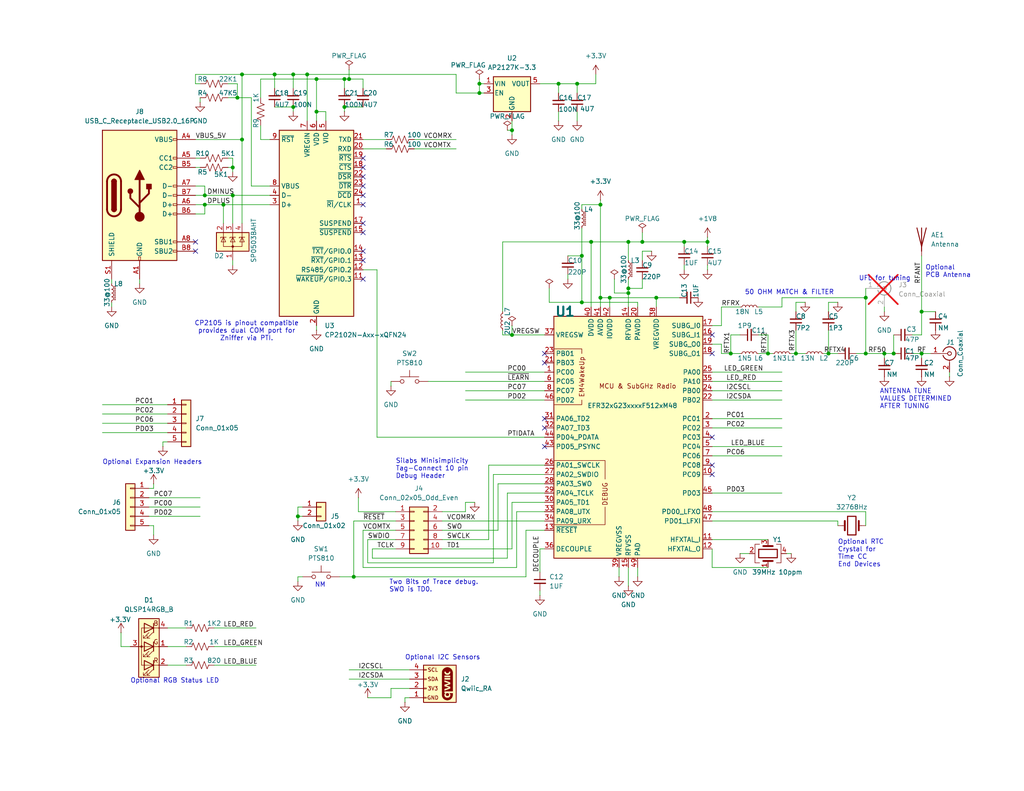
<source format=kicad_sch>
(kicad_sch (version 20231120) (generator "eeschema") (generator_version "8.0")
  (paper "A")
  (title_block (title "ZRAD Mini Z-Wave  Reference Application Design") (date "2024-11-13") (rev "A") (company "Z-Wave Alliance"))
  (junction (at 217.17 96.52))
  (junction (at 243.84 96.52))
  (junction (at 236.22 96.52))
  (junction (at 83.82 20.32))
  (junction (at 60.96 55.88))
  (junction (at 166.37 81.28))
  (junction (at 81.28 140.97))
  (junction (at 74.93 20.32))
  (junction (at 55.88 53.34))
  (junction (at 66.04 38.1))
  (junction (at 251.46 85.09))
  (junction (at 251.46 96.52))
  (junction (at 55.88 55.88))
  (junction (at 163.83 55.88))
  (junction (at 226.06 96.52))
  (junction (at 93.98 29.21))
  (junction (at 130.81 25.4))
  (junction (at 209.55 96.52))
  (junction (at 64.77 26.67))
  (junction (at 139.7 35.56))
  (junction (at 86.36 21.59))
  (junction (at 95.25 21.59))
  (junction (at 241.3 96.52))
  (junction (at 130.81 22.86))
  (junction (at 161.29 66.04))
  (junction (at 139.7 91.44))
  (junction (at 163.83 81.28))
  (junction (at 179.07 81.28))
  (junction (at 186.69 66.04))
  (junction (at 171.45 80.01))
  (junction (at 236.22 81.28))
  (junction (at 171.45 78.74))
  (junction (at 86.36 30.48))
  (junction (at 63.5 53.34))
  (junction (at 63.5 45.72))
  (junction (at 80.01 29.21))
  (junction (at 158.75 82.55))
  (junction (at 199.39 96.52))
  (junction (at 157.48 22.86))
  (junction (at 96.52 157.48))
  (junction (at 193.04 66.04))
  (junction (at 171.45 66.04))
  (junction (at 93.98 21.59))
  (junction (at 80.01 20.32))
  (junction (at 175.26 66.04))
  (junction (at 66.04 20.32))
  (junction (at 152.4 22.86))
  (junction (at 158.75 69.85))
  (no_connect (at 53.34 66.04))
  (no_connect (at 99.06 45.72))
  (no_connect (at 148.59 121.92))
  (no_connect (at 99.06 55.88))
  (no_connect (at 99.06 60.96))
  (no_connect (at 194.31 91.44))
  (no_connect (at 99.06 43.18))
  (no_connect (at 53.34 68.58))
  (no_connect (at 99.06 71.12))
  (no_connect (at 99.06 50.8))
  (no_connect (at 194.31 127))
  (no_connect (at 99.06 63.5))
  (no_connect (at 99.06 53.34))
  (no_connect (at 194.31 129.54))
  (no_connect (at 148.59 116.84))
  (no_connect (at 148.59 99.06))
  (no_connect (at 99.06 48.26))
  (no_connect (at 148.59 96.52))
  (no_connect (at 99.06 76.2))
  (no_connect (at 99.06 68.58))
  (no_connect (at 194.31 119.38))
  (no_connect (at 194.31 96.52))
  (no_connect (at 148.59 114.3))
  (wire (pts (xy 152.4 30.48) (xy 152.4 33.02)))
  (wire (pts (xy 80.01 20.32) (xy 83.82 20.32)))
  (wire (pts (xy 140.97 154.94) (xy 140.97 139.7)))
  (wire (pts (xy 53.34 22.86) (xy 53.34 20.32)))
  (wire (pts (xy 137.16 66.04) (xy 161.29 66.04)))
  (wire (pts (xy 236.22 143.51) (xy 236.22 139.7)))
  (wire (pts (xy 45.72 171.45) (xy 50.8 171.45)))
  (wire (pts (xy 186.69 66.04) (xy 186.69 67.31)))
  (wire (pts (xy 63.5 53.34) (xy 63.5 60.96)))
  (wire (pts (xy 248.92 91.44) (xy 251.46 91.44)))
  (wire (pts (xy 194.31 134.62) (xy 213.36 134.62)))
  (wire (pts (xy 157.48 22.86) (xy 157.48 25.4)))
  (wire (pts (xy 86.36 21.59) (xy 71.12 21.59)))
  (wire (pts (xy 157.48 22.86) (xy 162.56 22.86)))
  (wire (pts (xy 201.93 151.13) (xy 204.47 151.13)))
  (wire (pts (xy 35.56 176.53) (xy 33.02 176.53)))
  (wire (pts (xy 207.01 96.52) (xy 209.55 96.52)))
  (wire (pts (xy 175.26 68.58) (xy 177.8 68.58)))
  (wire (pts (xy 62.23 43.18) (xy 63.5 43.18)))
  (wire (pts (xy 62.23 22.86) (xy 64.77 22.86)))
  (wire (pts (xy 166.37 81.28) (xy 166.37 83.82)))
  (wire (pts (xy 82.55 138.43) (xy 81.28 138.43)))
  (wire (pts (xy 158.75 55.88) (xy 163.83 55.88)))
  (wire (pts (xy 111.76 187.96) (xy 106.68 187.96)))
  (wire (pts (xy 194.31 121.92) (xy 213.36 121.92)))
  (wire (pts (xy 66.04 20.32) (xy 74.93 20.32)))
  (wire (pts (xy 199.39 91.44) (xy 199.39 96.52)))
  (wire (pts (xy 236.22 78.74) (xy 236.22 81.28)))
  (wire (pts (xy 74.93 20.32) (xy 80.01 20.32)))
  (wire (pts (xy 137.16 91.44) (xy 139.7 91.44)))
  (wire (pts (xy 96.52 142.24) (xy 107.95 142.24)))
  (wire (pts (xy 129.54 137.16) (xy 127 137.16)))
  (wire (pts (xy 101.6 149.86) (xy 107.95 149.86)))
  (wire (pts (xy 217.17 82.55) (xy 219.71 82.55)))
  (wire (pts (xy 127 137.16) (xy 127 139.7)))
  (wire (pts (xy 163.83 55.88) (xy 163.83 81.28)))
  (wire (pts (xy 251.46 85.09) (xy 251.46 69.85)))
  (wire (pts (xy 167.64 76.2) (xy 167.64 80.01)))
  (wire (pts (xy 251.46 96.52) (xy 254 96.52)))
  (wire (pts (xy 167.64 80.01) (xy 171.45 80.01)))
  (wire (pts (xy 86.36 21.59) (xy 93.98 21.59)))
  (wire (pts (xy 93.98 24.13) (xy 93.98 21.59)))
  (wire (pts (xy 81.28 158.75) (xy 81.28 157.48)))
  (wire (pts (xy 93.98 29.21) (xy 93.98 30.48)))
  (wire (pts (xy 149.86 82.55) (xy 158.75 82.55)))
  (wire (pts (xy 53.34 20.32) (xy 66.04 20.32)))
  (wire (pts (xy 60.96 55.88) (xy 73.66 55.88)))
  (wire (pts (xy 81.28 140.97) (xy 82.55 140.97)))
  (wire (pts (xy 161.29 66.04) (xy 161.29 83.82)))
  (wire (pts (xy 107.95 139.7) (xy 97.79 139.7)))
  (wire (pts (xy 113.03 40.64) (xy 124.46 40.64)))
  (wire (pts (xy 44.45 121.92) (xy 44.45 120.65)))
  (wire (pts (xy 143.51 144.78) (xy 148.59 144.78)))
  (wire (pts (xy 120.65 147.32) (xy 133.35 147.32)))
  (wire (pts (xy 163.83 81.28) (xy 166.37 81.28)))
  (wire (pts (xy 133.35 127) (xy 148.59 127)))
  (wire (pts (xy 162.56 22.86) (xy 162.56 20.32)))
  (wire (pts (xy 55.88 53.34) (xy 63.5 53.34)))
  (wire (pts (xy 175.26 66.04) (xy 171.45 66.04)))
  (wire (pts (xy 201.93 91.44) (xy 199.39 91.44)))
  (wire (pts (xy 217.17 85.09) (xy 217.17 82.55)))
  (wire (pts (xy 38.1 76.2) (xy 38.1 77.47)))
  (wire (pts (xy 63.5 45.72) (xy 63.5 46.99)))
  (wire (pts (xy 95.25 21.59) (xy 93.98 21.59)))
  (wire (pts (xy 130.81 21.59) (xy 130.81 22.86)))
  (wire (pts (xy 86.36 21.59) (xy 86.36 30.48)))
  (wire (pts (xy 158.75 69.85) (xy 158.75 82.55)))
  (wire (pts (xy 173.99 82.55) (xy 173.99 83.82)))
  (wire (pts (xy 107.95 144.78) (xy 99.06 144.78)))
  (wire (pts (xy 133.35 147.32) (xy 133.35 127)))
  (wire (pts (xy 217.17 90.17) (xy 217.17 96.52)))
  (wire (pts (xy 138.43 134.62) (xy 148.59 134.62)))
  (wire (pts (xy 124.46 20.32) (xy 124.46 25.4)))
  (wire (pts (xy 152.4 22.86) (xy 152.4 25.4)))
  (wire (pts (xy 217.17 96.52) (xy 219.71 96.52)))
  (wire (pts (xy 66.04 38.1) (xy 66.04 20.32)))
  (wire (pts (xy 120.65 149.86) (xy 139.7 149.86)))
  (wire (pts (xy 134.62 129.54) (xy 134.62 153.67)))
  (wire (pts (xy 55.88 55.88) (xy 60.96 55.88)))
  (wire (pts (xy 226.06 90.17) (xy 226.06 96.52)))
  (wire (pts (xy 248.92 96.52) (xy 251.46 96.52)))
  (wire (pts (xy 116.84 104.14) (xy 148.59 104.14)))
  (wire (pts (xy 33.02 176.53) (xy 33.02 172.72)))
  (wire (pts (xy 243.84 91.44) (xy 243.84 96.52)))
  (wire (pts (xy 224.79 96.52) (xy 226.06 96.52)))
  (wire (pts (xy 132.08 25.4) (xy 130.81 25.4)))
  (wire (pts (xy 99.06 38.1) (xy 105.41 38.1)))
  (wire (pts (xy 194.31 88.9) (xy 196.85 88.9)))
  (wire (pts (xy 66.04 38.1) (xy 66.04 60.96)))
  (wire (pts (xy 134.62 153.67) (xy 100.33 153.67)))
  (wire (pts (xy 127 106.68) (xy 148.59 106.68)))
  (wire (pts (xy 120.65 142.24) (xy 148.59 142.24)))
  (wire (pts (xy 81.28 157.48) (xy 82.55 157.48)))
  (wire (pts (xy 68.58 50.8) (xy 68.58 26.67)))
  (wire (pts (xy 102.87 119.38) (xy 102.87 73.66)))
  (wire (pts (xy 193.04 67.31) (xy 193.04 66.04)))
  (wire (pts (xy 99.06 144.78) (xy 99.06 154.94)))
  (wire (pts (xy 99.06 24.13) (xy 99.06 21.59)))
  (wire (pts (xy 139.7 33.02) (xy 139.7 35.56)))
  (wire (pts (xy 135.89 132.08) (xy 135.89 144.78)))
  (wire (pts (xy 53.34 45.72) (xy 54.61 45.72)))
  (wire (pts (xy 213.36 83.82) (xy 213.36 81.28)))
  (wire (pts (xy 92.71 157.48) (xy 96.52 157.48)))
  (wire (pts (xy 60.96 55.88) (xy 60.96 60.96)))
  (wire (pts (xy 41.91 133.35) (xy 41.91 132.08)))
  (wire (pts (xy 171.45 80.01) (xy 171.45 83.82)))
  (wire (pts (xy 81.28 138.43) (xy 81.28 140.97)))
  (wire (pts (xy 163.83 54.61) (xy 163.83 55.88)))
  (wire (pts (xy 93.98 29.21) (xy 99.06 29.21)))
  (wire (pts (xy 74.93 29.21) (xy 80.01 29.21)))
  (wire (pts (xy 236.22 81.28) (xy 236.22 96.52)))
  (wire (pts (xy 179.07 81.28) (xy 185.42 81.28)))
  (wire (pts (xy 199.39 96.52) (xy 201.93 96.52)))
  (wire (pts (xy 74.93 20.32) (xy 74.93 24.13)))
  (wire (pts (xy 113.03 38.1) (xy 124.46 38.1)))
  (wire (pts (xy 138.43 35.56) (xy 139.7 35.56)))
  (wire (pts (xy 194.31 109.22) (xy 213.36 109.22)))
  (wire (pts (xy 137.16 90.17) (xy 137.16 91.44)))
  (wire (pts (xy 193.04 66.04) (xy 186.69 66.04)))
  (wire (pts (xy 194.31 142.24) (xy 228.6 142.24)))
  (wire (pts (xy 86.36 88.9) (xy 86.36 90.17)))
  (wire (pts (xy 58.42 171.45) (xy 69.85 171.45)))
  (wire (pts (xy 139.7 137.16) (xy 148.59 137.16)))
  (wire (pts (xy 158.75 62.23) (xy 158.75 69.85)))
  (wire (pts (xy 179.07 81.28) (xy 179.07 83.82)))
  (wire (pts (xy 207.01 91.44) (xy 209.55 91.44)))
  (wire (pts (xy 95.25 19.05) (xy 95.25 21.59)))
  (wire (pts (xy 124.46 25.4) (xy 130.81 25.4)))
  (wire (pts (xy 53.34 55.88) (xy 55.88 55.88)))
  (wire (pts (xy 158.75 57.15) (xy 158.75 55.88)))
  (wire (pts (xy 30.48 82.55) (xy 30.48 83.82)))
  (wire (pts (xy 96.52 142.24) (xy 96.52 157.48)))
  (wire (pts (xy 135.89 132.08) (xy 148.59 132.08)))
  (wire (pts (xy 130.81 25.4) (xy 130.81 22.86)))
  (wire (pts (xy 96.52 157.48) (xy 143.51 157.48)))
  (wire (pts (xy 173.99 154.94) (xy 173.99 157.48)))
  (wire (pts (xy 62.23 45.72) (xy 63.5 45.72)))
  (wire (pts (xy 171.45 76.2) (xy 171.45 78.74)))
  (wire (pts (xy 53.34 50.8) (xy 55.88 50.8)))
  (wire (pts (xy 228.6 142.24) (xy 228.6 143.51)))
  (wire (pts (xy 100.33 147.32) (xy 107.95 147.32)))
  (wire (pts (xy 139.7 35.56) (xy 139.7 36.83)))
  (wire (pts (xy 139.7 149.86) (xy 139.7 137.16)))
  (wire (pts (xy 41.91 146.05) (xy 41.91 143.51)))
  (wire (pts (xy 209.55 96.52) (xy 210.82 96.52)))
  (wire (pts (xy 80.01 20.32) (xy 80.01 24.13)))
  (wire (pts (xy 171.45 154.94) (xy 171.45 160.02)))
  (wire (pts (xy 194.31 149.86) (xy 194.31 154.94)))
  (wire (pts (xy 137.16 85.09) (xy 137.16 66.04)))
  (wire (pts (xy 163.83 83.82) (xy 163.83 81.28)))
  (wire (pts (xy 147.32 149.86) (xy 148.59 149.86)))
  (wire (pts (xy 154.94 74.93) (xy 154.94 76.2)))
  (wire (pts (xy 194.31 101.6) (xy 213.36 101.6)))
  (wire (pts (xy 171.45 78.74) (xy 171.45 80.01)))
  (wire (pts (xy 166.37 81.28) (xy 179.07 81.28)))
  (wire (pts (xy 100.33 153.67) (xy 100.33 147.32)))
  (wire (pts (xy 194.31 124.46) (xy 213.36 124.46)))
  (wire (pts (xy 41.91 143.51) (xy 40.64 143.51)))
  (wire (pts (xy 251.46 85.09) (xy 255.27 85.09)))
  (wire (pts (xy 196.85 88.9) (xy 196.85 83.82)))
  (wire (pts (xy 101.6 152.4) (xy 101.6 149.86)))
  (wire (pts (xy 196.85 96.52) (xy 199.39 96.52)))
  (wire (pts (xy 147.32 22.86) (xy 152.4 22.86)))
  (wire (pts (xy 207.01 83.82) (xy 213.36 83.82)))
  (wire (pts (xy 81.28 142.24) (xy 81.28 140.97)))
  (wire (pts (xy 53.34 58.42) (xy 55.88 58.42)))
  (wire (pts (xy 83.82 20.32) (xy 124.46 20.32)))
  (wire (pts (xy 88.9 33.02) (xy 88.9 30.48)))
  (wire (pts (xy 58.42 181.61) (xy 69.85 181.61)))
  (wire (pts (xy 40.64 138.43) (xy 54.61 138.43)))
  (wire (pts (xy 214.63 151.13) (xy 215.9 151.13)))
  (wire (pts (xy 193.04 64.77) (xy 193.04 66.04)))
  (wire (pts (xy 64.77 22.86) (xy 64.77 26.67)))
  (wire (pts (xy 171.45 66.04) (xy 171.45 71.12)))
  (wire (pts (xy 99.06 21.59) (xy 95.25 21.59)))
  (wire (pts (xy 53.34 53.34) (xy 55.88 53.34)))
  (wire (pts (xy 53.34 43.18) (xy 54.61 43.18)))
  (wire (pts (xy 175.26 66.04) (xy 186.69 66.04)))
  (wire (pts (xy 27.94 118.11) (xy 45.72 118.11)))
  (wire (pts (xy 226.06 85.09) (xy 226.06 82.55)))
  (wire (pts (xy 63.5 43.18) (xy 63.5 45.72)))
  (wire (pts (xy 106.68 190.5) (xy 100.33 190.5)))
  (wire (pts (xy 139.7 88.9) (xy 139.7 91.44)))
  (wire (pts (xy 147.32 149.86) (xy 147.32 156.21)))
  (wire (pts (xy 241.3 96.52) (xy 243.84 96.52)))
  (wire (pts (xy 127 101.6) (xy 148.59 101.6)))
  (wire (pts (xy 194.31 116.84) (xy 213.36 116.84)))
  (wire (pts (xy 226.06 82.55) (xy 228.6 82.55)))
  (wire (pts (xy 236.22 96.52) (xy 241.3 96.52)))
  (wire (pts (xy 175.26 71.12) (xy 175.26 68.58)))
  (wire (pts (xy 95.25 182.88) (xy 111.76 182.88)))
  (wire (pts (xy 54.61 22.86) (xy 53.34 22.86)))
  (wire (pts (xy 241.3 83.82) (xy 241.3 85.09)))
  (wire (pts (xy 127 109.22) (xy 148.59 109.22)))
  (wire (pts (xy 158.75 82.55) (xy 173.99 82.55)))
  (wire (pts (xy 194.31 114.3) (xy 213.36 114.3)))
  (wire (pts (xy 110.49 190.5) (xy 110.49 191.77)))
  (wire (pts (xy 27.94 110.49) (xy 45.72 110.49)))
  (wire (pts (xy 53.34 38.1) (xy 66.04 38.1)))
  (wire (pts (xy 27.94 113.03) (xy 45.72 113.03)))
  (wire (pts (xy 196.85 93.98) (xy 196.85 96.52)))
  (wire (pts (xy 139.7 91.44) (xy 148.59 91.44)))
  (wire (pts (xy 71.12 38.1) (xy 73.66 38.1)))
  (wire (pts (xy 40.64 140.97) (xy 54.61 140.97)))
  (wire (pts (xy 99.06 154.94) (xy 140.97 154.94)))
  (wire (pts (xy 186.69 72.39) (xy 186.69 73.66)))
  (wire (pts (xy 120.65 144.78) (xy 135.89 144.78)))
  (wire (pts (xy 63.5 53.34) (xy 73.66 53.34)))
  (wire (pts (xy 80.01 29.21) (xy 80.01 30.48)))
  (wire (pts (xy 86.36 30.48) (xy 86.36 33.02)))
  (wire (pts (xy 120.65 139.7) (xy 127 139.7)))
  (wire (pts (xy 71.12 34.29) (xy 71.12 38.1)))
  (wire (pts (xy 97.79 135.89) (xy 97.79 139.7)))
  (wire (pts (xy 168.91 154.94) (xy 168.91 157.48)))
  (wire (pts (xy 251.46 96.52) (xy 251.46 97.79)))
  (wire (pts (xy 106.68 104.14) (xy 106.68 105.41)))
  (wire (pts (xy 45.72 181.61) (xy 50.8 181.61)))
  (wire (pts (xy 71.12 21.59) (xy 71.12 26.67)))
  (wire (pts (xy 226.06 96.52) (xy 228.6 96.52)))
  (wire (pts (xy 111.76 190.5) (xy 110.49 190.5)))
  (wire (pts (xy 175.26 63.5) (xy 175.26 66.04)))
  (wire (pts (xy 55.88 58.42) (xy 55.88 55.88)))
  (wire (pts (xy 130.81 22.86) (xy 132.08 22.86)))
  (wire (pts (xy 73.66 50.8) (xy 68.58 50.8)))
  (wire (pts (xy 152.4 22.86) (xy 157.48 22.86)))
  (wire (pts (xy 83.82 20.32) (xy 83.82 33.02)))
  (wire (pts (xy 30.48 76.2) (xy 30.48 77.47)))
  (wire (pts (xy 175.26 78.74) (xy 171.45 78.74)))
  (wire (pts (xy 161.29 66.04) (xy 171.45 66.04)))
  (wire (pts (xy 54.61 26.67) (xy 54.61 27.94)))
  (wire (pts (xy 154.94 69.85) (xy 158.75 69.85)))
  (wire (pts (xy 44.45 120.65) (xy 45.72 120.65)))
  (wire (pts (xy 27.94 115.57) (xy 45.72 115.57)))
  (wire (pts (xy 55.88 50.8) (xy 55.88 53.34)))
  (wire (pts (xy 40.64 133.35) (xy 41.91 133.35)))
  (wire (pts (xy 63.5 71.12) (xy 63.5 72.39)))
  (wire (pts (xy 233.68 96.52) (xy 236.22 96.52)))
  (wire (pts (xy 134.62 129.54) (xy 148.59 129.54)))
  (wire (pts (xy 194.31 147.32) (xy 209.55 147.32)))
  (wire (pts (xy 102.87 73.66) (xy 99.06 73.66)))
  (wire (pts (xy 106.68 187.96) (xy 106.68 190.5)))
  (wire (pts (xy 111.76 185.42) (xy 95.25 185.42)))
  (wire (pts (xy 140.97 139.7) (xy 148.59 139.7)))
  (wire (pts (xy 209.55 91.44) (xy 209.55 96.52)))
  (wire (pts (xy 138.43 152.4) (xy 101.6 152.4)))
  (wire (pts (xy 148.59 119.38) (xy 102.87 119.38)))
  (wire (pts (xy 58.42 176.53) (xy 69.85 176.53)))
  (wire (pts (xy 193.04 72.39) (xy 193.04 73.66)))
  (wire (pts (xy 175.26 76.2) (xy 175.26 78.74)))
  (wire (pts (xy 194.31 154.94) (xy 209.55 154.94)))
  (wire (pts (xy 45.72 176.53) (xy 50.8 176.53)))
  (wire (pts (xy 215.9 96.52) (xy 217.17 96.52)))
  (wire (pts (xy 259.08 101.6) (xy 259.08 102.87)))
  (wire (pts (xy 64.77 26.67) (xy 62.23 26.67)))
  (wire (pts (xy 213.36 81.28) (xy 236.22 81.28)))
  (wire (pts (xy 194.31 93.98) (xy 196.85 93.98)))
  (wire (pts (xy 138.43 134.62) (xy 138.43 152.4)))
  (wire (pts (xy 194.31 104.14) (xy 213.36 104.14)))
  (wire (pts (xy 147.32 161.29) (xy 147.32 162.56)))
  (wire (pts (xy 236.22 139.7) (xy 194.31 139.7)))
  (wire (pts (xy 201.93 83.82) (xy 196.85 83.82)))
  (wire (pts (xy 251.46 91.44) (xy 251.46 85.09)))
  (wire (pts (xy 194.31 106.68) (xy 213.36 106.68)))
  (wire (pts (xy 241.3 96.52) (xy 241.3 97.79)))
  (wire (pts (xy 40.64 135.89) (xy 54.61 135.89)))
  (wire (pts (xy 149.86 78.74) (xy 149.86 82.55)))
  (wire (pts (xy 143.51 157.48) (xy 143.51 144.78)))
  (wire (pts (xy 68.58 26.67) (xy 64.77 26.67)))
  (wire (pts (xy 157.48 30.48) (xy 157.48 33.02)))
  (wire (pts (xy 99.06 40.64) (xy 105.41 40.64)))
  (wire (pts (xy 88.9 30.48) (xy 86.36 30.48)))
  (text "CP2105 is pinout compatible\nprovides dual COM port for\nZniffer via PTI." (at 67.31 90.424 0) (effects (font (size 1.27 1.27))))
  (text "Two Bits of Trace debug.\nSWO is TD0.\n" (at 106.172 161.798 0) (effects (font (size 1.27 1.27)) (justify left bottom)))
  (text "50 OHM MATCH & FILTER" (at 203.2 80.645 0) (effects (font (size 1.27 1.27)) (justify left bottom)))
  (text "UFL for tuning" (at 234.315 76.835 0) (effects (font (size 1.27 1.27)) (justify left bottom)))
  (text "Optional Expansion Headers" (at 27.94 127 0) (effects (font (size 1.27 1.27)) (justify left bottom)))
  (text "Optional\nPCB Antenna" (at 252.476 75.946 0) (effects (font (size 1.27 1.27)) (justify left bottom)))
  (text "Optional RGB Status LED" (at 35.56 186.69 0) (effects (font (size 1.27 1.27)) (justify left bottom)))
  (text "Silabs Minisimplicity\nTag-Connect 10 pin\nDebug Header" (at 107.95 130.81 0) (effects (font (size 1.27 1.27)) (justify left bottom)))
  (text "NM" (at 87.376 159.766 0) (effects (font (size 1.27 1.27))))
  (text "ANTENNA TUNE\nVALUES DETERMINED\nAFTER TUNING" (at 240.03 111.76 0) (effects (font (size 1.27 1.27)) (justify left bottom)))
  (text "Optional I2C Sensors" (at 110.49 180.34 0) (effects (font (size 1.27 1.27)) (justify left bottom)))
  (text "Optional RTC\nCrystal for\nTime CC \nEnd Devices" (at 228.6 154.94 0) (effects (font (size 1.27 1.27)) (justify left bottom)))
  (label "PC00" (at 41.91 138.43 0))
  (label "RF" (at 250.19 96.52 0))
  (label "RFTX1" (at 199.39 96.52 90))
  (label "DMINUS" (at 56.515 53.34 0))
  (label "LED_RED" (at 198.12 104.14 0))
  (label "PD02" (at 138.43 109.22 0))
  (label "PC02" (at 36.83 113.03 0))
  (label "DECOUPLE" (at 147.32 156.21 90))
  (label "RF50" (at 236.855 96.52 0))
  (label "SWCLK" (at 121.92 147.32 0))
  (label "PC07" (at 41.91 135.89 0))
  (label "VBUS_5V" (at 53.34 38.1 0))
  (label "RFANT" (at 251.46 77.47 90))
  (label "PD02" (at 41.91 140.97 0))
  (label "PC00" (at 138.43 101.6 0))
  (label "DPLUS" (at 56.515 55.88 0))
  (label "LED_BLUE" (at 60.96 181.61 0))
  (label "VREGSW" (at 147.32 91.44 180))
  (label "PTIDATA" (at 138.43 119.38 0))
  (label "RFTX4" (at 224.79 96.52 0))
  (label "PC01" (at 198.12 114.3 0))
  (label "SWDIO" (at 100.33 147.32 0))
  (label "I2CSCL" (at 198.12 106.68 0))
  (label "TCLK" (at 102.87 149.86 0))
  (label "TD1" (at 121.92 149.86 0))
  (label "LED_BLUE" (at 199.39 121.92 0))
  (label "SWO" (at 121.92 144.78 0))
  (label "LED_GREEN" (at 60.96 176.53 0))
  (label "~{RESET}" (at 99.06 142.24 0))
  (label "VCOMTX" (at 99.06 144.78 0))
  (label "LED_RED" (at 60.96 171.45 0))
  (label "VCOMRX" (at 121.92 142.24 0))
  (label "I2CSDA" (at 198.12 109.22 0))
  (label "RFTX2" (at 209.55 96.52 90))
  (label "VCOMRX" (at 115.57 38.1 0))
  (label "I2CSCL" (at 97.79 182.88 0))
  (label "~{LEARN}" (at 138.43 104.14 0))
  (label "PD03" (at 198.12 134.62 0))
  (label "I2CSDA" (at 97.79 185.42 0))
  (label "PC06" (at 36.83 115.57 0))
  (label "RFTX3" (at 217.17 95.885 90))
  (label "PC07" (at 138.43 106.68 0))
  (label "PC01" (at 36.83 110.49 0))
  (label "RFRX" (at 196.85 83.82 0))
  (label "PC06" (at 198.12 124.46 0))
  (label "PC02" (at 198.12 116.84 0))
  (label "PD03" (at 36.83 118.11 0))
  (label "LED_GREEN" (at 197.485 101.6 0))
  (label "VCOMTX" (at 115.57 40.64 0))
  (symbol (lib_id "power:PWR_FLAG") (at 130.81 21.59 0) (unit 1)
    (property "Reference" "#FLG0103" (effects (hide yes)))
    (property "Value" "PWR_FLAG" (at 127.762 17.78 0))
    (property "Description" "Special symbol for telling ERC where power comes from" (effects (hide yes)))
  )
  (symbol (lib_id "Device:C_Small") (at 152.4 27.94 180) (unit 1)
    (property "Reference" "C16" (at 152.4 26.67 0) (effects (justify right)))
    (property "Value" "100N" (at 152.4 29.845 0) (effects (justify right)))
    (property "Footprint" "Capacitor_SMD:C_0603_1608Metric" (effects (hide yes)))
  )
  (symbol (lib_id "Device:Crystal_GND24") (at 209.55 151.13 90) (unit 1)
    (property "Reference" "Y1" (at 212.09 147.32 90))
    (property "Value" "39MHz 10ppm" (at 212.09 156.21 90))
    (property "Footprint" "Crystal:Crystal_SMD_3225-4Pin_3.2x2.5mm" (effects (hide yes)))
  )
  (symbol (lib_id "power:GND") (at 190.5 81.28 0) (unit 1)
    (property "Reference" "#PWR0101" (effects (hide yes)))
    (property "Value" "GND" (effects (hide yes)))
    (property "Description" "Power symbol creates a global label with name \"GND\" , ground" (effects (hide yes)))
  )
  (symbol (lib_id "power:GND") (at 38.1 77.47 0) (unit 1)
    (property "Reference" "#PWR0125" (effects (hide yes)))
    (property "Value" "GND" (at 38.1 82.55 0))
    (property "Description" "Power symbol creates a global label with name \"GND\" , ground" (effects (hide yes)))
  )
  (symbol (lib_id "power:GND") (at 139.7 36.83 0) (unit 1)
    (property "Reference" "#PWR0119" (effects (hide yes)))
    (property "Value" "GND" (at 139.7 41.91 0))
    (property "Description" "Power symbol creates a global label with name \"GND\" , ground" (effects (hide yes)))
  )
  (symbol (lib_id "Device:L_Ferrite_Small") (at 158.75 59.69 0) (unit 1)
    (property "Reference" "L4" (at 159.385 57.15 0) (effects (justify left)))
    (property "Value" "33@100" (at 157.48 62.865 90) (effects (justify left)))
    (property "Footprint" "Inductor_SMD:L_0603_1608Metric" (effects (hide yes)))
  )
  (symbol (lib_id "power:+3.3V") (at 33.02 172.72 0) (unit 1)
    (property "Reference" "#PWR0141" (effects (hide yes)))
    (property "Value" "+3.3V" (at 32.766 169.164 0))
    (property "Description" "Power symbol creates a global label with name \"+3.3V\"" (effects (hide yes)))
  )
  (symbol (lib_id "power:GND") (at 173.99 157.48 0) (unit 1)
    (property "Reference" "#PWR0109" (effects (hide yes)))
    (property "Value" "GND" (at 173.99 162.56 0))
    (property "Description" "Power symbol creates a global label with name \"GND\" , ground" (effects (hide yes)))
  )
  (symbol (lib_id "Connector:USB_C_Receptacle_USB2.0_16P") (at 38.1 53.34 0) (unit 1)
    (property "Reference" "J8" (at 38.1 30.48 0))
    (property "Value" "USB_C_Receptacle_USB2.0_16P" (at 38.1 33.02 0))
    (property "Footprint" "Connector_USB:USB_C_Receptacle_GCT_USB4110" (effects (hide yes)))
    (property "Datasheet" "https://www.usb.org/sites/default/files/documents/usb_type-c.zip" (effects (hide yes)))
    (property "Description" "USB 2.0-only 16P Type-C Receptacle connector" (effects (hide yes)))
  )
  (symbol (lib_id "power:GND") (at 193.04 73.66 0) (unit 1)
    (property "Reference" "#PWR0106" (effects (hide yes)))
    (property "Value" "GND" (effects (hide yes)))
    (property "Description" "Power symbol creates a global label with name \"GND\" , ground" (effects (hide yes)))
  )
  (symbol (lib_id "Interface_USB:CP2102N-Axx-xQFN24") (at 86.36 60.96 0) (unit 1)
    (property "Reference" "U3" (at 88.5541 88.9 0) (effects (justify left)))
    (property "Value" "CP2102N-Axx-xQFN24" (at 88.5541 91.44 0) (effects (justify left)))
    (property "Footprint" "Package_DFN_QFN:QFN-24-1EP_4x4mm_P0.5mm_EP2.6x2.6mm" (effects (hide yes)))
    (property "Datasheet" "https://www.silabs.com/documents/public/data-sheets/cp2102n-datasheet.pdf" (effects (hide yes)))
    (property "Description" "USB to UART master bridge, QFN-24" (effects (hide yes)))
  )
  (symbol (lib_id "Connector_Generic:Conn_01x02") (at 87.63 138.43 0) (unit 1)
    (property "Reference" "J5" (at 90.17 140.97 0) (effects (justify left)))
    (property "Value" "Conn_01x02" (at 82.55 143.51 0) (effects (justify left)))
    (property "Footprint" "Connector_PinHeader_2.54mm:PinHeader_1x02_P2.54mm_Vertical" (effects (hide yes)))
  )
  (symbol (lib_id "power:GND") (at 54.61 27.94 0) (unit 1)
    (property "Reference" "#PWR0118" (effects (hide yes)))
    (property "Value" "GND" (at 54.61 33.02 0))
    (property "Description" "Power symbol creates a global label with name \"GND\" , ground" (effects (hide yes)))
  )
  (symbol (lib_id "power:GND") (at 228.6 82.55 0) (unit 1)
    (property "Reference" "#PWR0102" (effects (hide yes)))
    (property "Value" "GND" (effects (hide yes)))
    (property "Description" "Power symbol creates a global label with name \"GND\" , ground" (effects (hide yes)))
  )
  (symbol (lib_id "power:+3.3V") (at 97.79 135.89 0) (unit 1)
    (property "Reference" "#PWR0142" (effects (hide yes)))
    (property "Value" "+3.3V" (at 97.79 130.81 0))
    (property "Description" "Power symbol creates a global label with name \"+3.3V\"" (effects (hide yes)))
  )
  (symbol (lib_id "power:+3.3V") (at 162.56 20.32 0) (unit 1)
    (property "Reference" "#PWR0138" (effects (hide yes)))
    (property "Value" "+3.3V" (at 162.56 15.24 0))
    (property "Description" "Power symbol creates a global label with name \"+3.3V\"" (effects (hide yes)))
  )
  (symbol (lib_id "Device:C_Small") (at 241.3 100.33 180) (unit 1)
    (property "Reference" "C7" (at 241.3 99.06 0) (effects (justify right)))
    (property "Value" "NM" (at 241.935 102.235 0) (effects (justify right)))
    (property "Footprint" "Capacitor_SMD:C_0402_1005Metric" (effects (hide yes)))
  )
  (symbol (lib_id "Device:L_Small") (at 137.16 87.63 180) (unit 1)
    (property "Reference" "L7" (at 138.43 85.09 90))
    (property "Value" "2U2" (at 138.43 89.535 90))
    (property "Footprint" "Inductor_SMD:L_0603_1608Metric" (effects (hide yes)))
  )
  (symbol (lib_id "Device:R_US") (at 54.61 171.45 90) (unit 1)
    (property "Reference" "R1" (at 51.435 170.18 90))
    (property "Value" "1K2" (at 58.42 170.18 90))
    (property "Footprint" "Resistor_SMD:R_0603_1608Metric" (effects (hide yes)))
  )
  (symbol (lib_id "power:GND") (at 215.9 151.13 0) (unit 1)
    (property "Reference" "#PWR0110" (effects (hide yes)))
    (property "Value" "GND" (effects (hide yes)))
    (property "Description" "Power symbol creates a global label with name \"GND\" , ground" (effects (hide yes)))
  )
  (symbol (lib_id "power:GND") (at 86.36 90.17 0) (unit 1)
    (property "Reference" "#PWR0128" (effects (hide yes)))
    (property "Value" "GND" (at 86.36 95.25 0))
    (property "Description" "Power symbol creates a global label with name \"GND\" , ground" (effects (hide yes)))
  )
  (symbol (lib_id "Device:Antenna") (at 251.46 64.77 0) (unit 1)
    (property "Reference" "AE1" (at 254 64.1349 0) (effects (justify left)))
    (property "Value" "Antenna" (at 254 66.6749 0) (effects (justify left)))
    (property "Footprint" "ZReach:PCB_meander_20mm_900MHz" (effects (hide yes)))
    (property "Description" "Antenna" (effects (hide yes)))
  )
  (symbol (lib_id "Device:C_Small") (at 226.06 87.63 180) (unit 1)
    (property "Reference" "C5" (at 226.06 86.36 0) (effects (justify right)))
    (property "Value" "1P3" (at 226.06 89.535 0) (effects (justify right)))
    (property "Footprint" "Capacitor_SMD:C_0402_1005Metric" (effects (hide yes)))
  )
  (symbol (lib_id "Regulator_Linear:AP2127K-3.3") (at 139.7 25.4 0) (unit 1)
    (property "Reference" "U2" (at 139.7 15.875 0))
    (property "Value" "AP2127K-3.3" (at 139.7 18.415 0))
    (property "Footprint" "Package_TO_SOT_SMD:SOT-23-5" (effects (hide yes)))
    (property "Datasheet" "https://www.diodes.com/assets/Datasheets/AP2127.pdf" (effects (hide yes)))
  )
  (symbol (lib_id "Device:R_US") (at 54.61 181.61 90) (unit 1)
    (property "Reference" "R3" (at 51.435 180.34 90))
    (property "Value" "820" (at 58.42 180.34 90))
    (property "Footprint" "Resistor_SMD:R_0603_1608Metric" (effects (hide yes)))
  )
  (symbol (lib_id "power:GND") (at 41.91 146.05 0) (unit 1)
    (property "Reference" "#PWR0132" (effects (hide yes)))
    (property "Value" "GND" (at 41.91 151.13 0))
    (property "Description" "Power symbol creates a global label with name \"GND\" , ground" (effects (hide yes)))
  )
  (symbol (lib_id "power:GND") (at 63.5 46.99 0) (unit 1)
    (property "Reference" "#PWR0117" (effects (hide yes)))
    (property "Value" "GND" (effects (hide yes)))
    (property "Description" "Power symbol creates a global label with name \"GND\" , ground" (effects (hide yes)))
  )
  (symbol (lib_id "power:GND") (at 63.5 72.39 0) (unit 1)
    (property "Reference" "#PWR0127" (effects (hide yes)))
    (property "Value" "GND" (effects (hide yes)))
    (property "Description" "Power symbol creates a global label with name \"GND\" , ground" (effects (hide yes)))
  )
  (symbol (lib_id "power:GND") (at 241.3 102.87 0) (unit 1)
    (property "Reference" "#PWR0113" (effects (hide yes)))
    (property "Value" "GND" (effects (hide yes)))
    (property "Description" "Power symbol creates a global label with name \"GND\" , ground" (effects (hide yes)))
  )
  (symbol (lib_id "power:GND") (at 129.54 137.16 0) (unit 1)
    (property "Reference" "#PWR0134" (effects (hide yes)))
    (property "Value" "GND" (effects (hide yes)))
    (property "Description" "Power symbol creates a global label with name \"GND\" , ground" (effects (hide yes)))
  )
  (symbol (lib_id "power:GND") (at 93.98 30.48 0) (unit 1)
    (property "Reference" "#PWR0123" (effects (hide yes)))
    (property "Value" "GND" (effects (hide yes)))
    (property "Description" "Power symbol creates a global label with name \"GND\" , ground" (effects (hide yes)))
  )
  (symbol (lib_id "power:+3.3V") (at 41.91 132.08 0) (unit 1)
    (property "Reference" "#PWR0139" (effects (hide yes)))
    (property "Value" "+3.3V" (at 41.91 128.524 0))
    (property "Description" "Power symbol creates a global label with name \"+3.3V\"" (effects (hide yes)))
  )
  (symbol (lib_id "power:GND") (at 30.48 83.82 0) (unit 1)
    (property "Reference" "#PWR0126" (effects (hide yes)))
    (property "Value" "GND" (at 30.48 88.9 0))
    (property "Description" "Power symbol creates a global label with name \"GND\" , ground" (effects (hide yes)))
  )
  (symbol (lib_id "Connector:Conn_Coaxial") (at 259.08 96.52 0) (unit 1)
    (property "Reference" "J1" (at 259.334 93.472 0))
    (property "Value" "Conn_Coaxial" (at 262.001 96.52 90))
    (property "Footprint" "Connector_Coaxial:SMA_Wurth_60312002114503_Vertical" (effects (hide yes)))
    (property "Datasheet" " ~" (effects (hide yes)))
    (property "Description" "coaxial connector (BNC, SMA, SMB, SMC, Cinch/RCA, LEMO, ...)" (effects (hide yes)))
  )
  (symbol (lib_id "Device:LED_GRAB") (at 40.64 176.53 180) (unit 1)
    (property "Reference" "D1" (at 40.64 163.83 0))
    (property "Value" "QLSP14RGB_B" (at 40.64 166.37 0))
    (property "Footprint" "ZReach:LED_QLSP14RGB" (effects (hide yes)))
    (property "Description" "RGB LED, green/red/anode/blue" (effects (hide yes)))
  )
  (symbol (lib_id "power:GND") (at 168.91 157.48 0) (unit 1)
    (property "Reference" "#PWR0108" (effects (hide yes)))
    (property "Value" "GND" (at 168.91 162.56 0))
    (property "Description" "Power symbol creates a global label with name \"GND\" , ground" (effects (hide yes)))
  )
  (symbol (lib_id "Device:C_Small") (at 251.46 100.33 180) (unit 1)
    (property "Reference" "C2" (at 252.095 99.06 0) (effects (justify right)))
    (property "Value" "NM" (at 252.095 102.235 0) (effects (justify right)))
    (property "Footprint" "Capacitor_SMD:C_0402_1005Metric" (effects (hide yes)))
  )
  (symbol (lib_id "Device:C_Small") (at 186.69 69.85 180) (unit 1)
    (property "Reference" "C14" (at 186.69 68.58 0) (effects (justify right)))
    (property "Value" "1UF" (at 186.69 71.755 0) (effects (justify right)))
    (property "Footprint" "Capacitor_SMD:C_0603_1608Metric" (effects (hide yes)))
  )
  (symbol (lib_id "Device:C_Small") (at 246.38 91.44 90) (unit 1)
    (property "Reference" "C3" (at 248.666 89.916 90))
    (property "Value" "47P" (at 248.92 92.71 90))
    (property "Footprint" "Capacitor_SMD:C_0402_1005Metric" (effects (hide yes)))
  )
  (symbol (lib_id "power:+3.3V") (at 100.33 190.5 0) (unit 1)
    (property "Reference" "#PWR0140" (effects (hide yes)))
    (property "Value" "+3.3V" (at 100.33 186.944 0))
    (property "Description" "Power symbol creates a global label with name \"+3.3V\"" (effects (hide yes)))
  )
  (symbol (lib_id "power:PWR_FLAG") (at 175.26 63.5 0) (unit 1)
    (property "Reference" "#FLG0101" (effects (hide yes)))
    (property "Value" "PWR_FLAG" (at 175.26 59.69 0))
    (property "Description" "Special symbol for telling ERC where power comes from" (effects (hide yes)))
  )
  (symbol (lib_id "Device:L_Small") (at 204.47 83.82 90) (unit 1)
    (property "Reference" "L5" (at 207.01 85.09 90))
    (property "Value" "18N" (at 202.565 85.09 90))
    (property "Footprint" "Inductor_SMD:L_0402_1005Metric" (effects (hide yes)))
  )
  (symbol (lib_id "MCU_SiliconLabs:EFR32xG23xxxxF512xM48") (at 171.45 119.38 0) (unit 1)
    (property "Reference" "U1" (at 151.13 85.09 0) (effects (font (size 2.54 2.54) (bold yes)) (justify left)))
    (property "Value" "EFR32xG23xxxxF512xM48" (at 160.274 110.744 0) (effects (justify left)))
    (property "Footprint" "Package_DFN_QFN:QFN-48-1EP_6x6mm_P0.4mm_EP4.3x4.3mm" (effects (hide yes)))
    (property "Datasheet" "https://www.silabs.com/documents/public/data-sheets/efr32zg23-datasheet.pdf" (effects (hide yes)))
    (property "Description" "ARM M33 SubGHz Radio +20dBm 512K Flash 64KRAM Z-Wave QFN-48" (effects (hide yes)))
    (property "Information" "https://drzwave.blog/2022/07/21/z-wave-800-gpio-decoder-ring/" (effects (hide yes)))
  )
  (symbol (lib_id "power:GND") (at 147.32 162.56 0) (unit 1)
    (property "Reference" "#PWR0133" (effects (hide yes)))
    (property "Value" "GND" (at 147.32 167.64 0))
    (property "Description" "Power symbol creates a global label with name \"GND\" , ground" (effects (hide yes)))
  )
  (symbol (lib_id "Device:C_Small") (at 231.14 96.52 90) (unit 1)
    (property "Reference" "C6" (at 233.045 97.79 90))
    (property "Value" "220P" (at 230.505 99.06 90))
    (property "Footprint" "Capacitor_SMD:C_0402_1005Metric" (effects (hide yes)))
  )
  (symbol (lib_id "power:GND") (at 110.49 191.77 0) (unit 1)
    (property "Reference" "#PWR0131" (effects (hide yes)))
    (property "Value" "GND" (at 110.49 196.85 0))
    (property "Description" "Power symbol creates a global label with name \"GND\" , ground" (effects (hide yes)))
  )
  (symbol (lib_id "Device:C_Small") (at 80.01 26.67 180) (unit 1)
    (property "Reference" "C19" (at 80.01 25.4 0) (effects (justify right)))
    (property "Value" "100N" (at 80.01 28.575 0) (effects (justify right)))
    (property "Footprint" "Capacitor_SMD:C_0603_1608Metric" (effects (hide yes)))
  )
  (symbol (lib_id "power:PWR_FLAG") (at 149.86 78.74 0) (unit 1)
    (property "Reference" "#FLG0104" (effects (hide yes)))
    (property "Value" "PWR_FLAG" (effects (hide yes)))
    (property "Description" "Special symbol for telling ERC where power comes from" (effects (hide yes)))
  )
  (symbol (lib_id "power:PWR_FLAG") (at 138.43 35.56 0) (unit 1)
    (property "Reference" "#FLG0106" (effects (hide yes)))
    (property "Value" "PWR_FLAG" (at 138.43 31.75 0))
    (property "Description" "Special symbol for telling ERC where power comes from" (effects (hide yes)))
  )
  (symbol (lib_id "power:GND") (at 81.28 142.24 0) (unit 1)
    (property "Reference" "#PWR0130" (effects (hide yes)))
    (property "Value" "GND" (at 81.28 147.32 0))
    (property "Description" "Power symbol creates a global label with name \"GND\" , ground" (effects (hide yes)))
  )
  (symbol (lib_id "power:GND") (at 201.93 151.13 0) (unit 1)
    (property "Reference" "#PWR0111" (effects (hide yes)))
    (property "Value" "GND" (at 201.93 156.21 0))
    (property "Description" "Power symbol creates a global label with name \"GND\" , ground" (effects (hide yes)))
  )
  (symbol (lib_id "Device:Crystal") (at 232.41 143.51 0) (unit 1)
    (property "Reference" "Y2" (at 232.41 135.89 0))
    (property "Value" "32768Hz" (at 232.41 138.43 0))
    (property "Footprint" "Crystal:Crystal_SMD_3215-2Pin_3.2x1.5mm" (effects (hide yes)))
  )
  (symbol (lib_id "Connector_Generic:Conn_02x05_Odd_Even") (at 113.03 144.78 0) (unit 1)
    (property "Reference" "J4" (at 114.3 133.35 0))
    (property "Value" "Conn_02x05_Odd_Even" (at 114.3 135.89 0))
    (property "Footprint" "Connector:Tag-Connect_TC2050-IDC-NL_2x05_P1.27mm_Vertical" (effects (hide yes)))
  )
  (symbol (lib_id "power:GND") (at 171.45 160.02 0) (unit 1)
    (property "Reference" "#PWR0107" (effects (hide yes)))
    (property "Value" "GND" (at 171.45 165.1 0))
    (property "Description" "Power symbol creates a global label with name \"GND\" , ground" (effects (hide yes)))
  )
  (symbol (lib_id "Device:L_Small") (at 213.36 96.52 90) (unit 1)
    (property "Reference" "L1" (at 215.9 97.79 90))
    (property "Value" "1N3" (at 212.725 97.79 90))
    (property "Footprint" "Inductor_SMD:L_0402_1005Metric" (effects (hide yes)))
  )
  (symbol (lib_id "power:GND") (at 259.08 102.87 0) (unit 1)
    (property "Reference" "#e0101" (effects (hide yes)))
    (property "Value" "GND" (effects (hide yes)))
    (property "Description" "Power symbol creates a global label with name \"GND\" , ground" (effects (hide yes)))
  )
  (symbol (lib_id "Device:C_Small") (at 157.48 27.94 180) (unit 1)
    (property "Reference" "C17" (at 157.48 26.67 0) (effects (justify right)))
    (property "Value" "4U7" (at 158.242 29.718 0) (effects (justify right)))
    (property "Footprint" "Capacitor_SMD:C_0805_2012Metric" (effects (hide yes)))
  )
  (symbol (lib_id "Device:C_Small") (at 217.17 87.63 180) (unit 1)
    (property "Reference" "C8" (at 217.17 86.36 0) (effects (justify right)))
    (property "Value" "7P2" (at 217.17 89.535 0) (effects (justify right)))
    (property "Footprint" "Capacitor_SMD:C_0402_1005Metric" (effects (hide yes)))
  )
  (symbol (lib_id "power:+1V8") (at 193.04 64.77 0) (unit 1)
    (property "Reference" "#PWR0136" (effects (hide yes)))
    (property "Value" "+1V8" (at 193.04 59.69 0))
    (property "Description" "Power symbol creates a global label with name \"+1V8\"" (effects (hide yes)))
  )
  (symbol (lib_id "power:GND") (at 241.3 85.09 0) (unit 1)
    (property "Reference" "#PWR0115" (effects (hide yes)))
    (property "Value" "GND" (at 241.3 90.17 0))
    (property "Description" "Power symbol creates a global label with name \"GND\" , ground" (effects (hide yes)))
  )
  (symbol (lib_id "power:GND") (at 106.68 105.41 0) (unit 1)
    (property "Reference" "#PWR0135" (effects (hide yes)))
    (property "Value" "GND" (at 106.68 110.49 0))
    (property "Description" "Power symbol creates a global label with name \"GND\" , ground" (effects (hide yes)))
  )
  (symbol (lib_id "Device:C_Small") (at 246.38 96.52 90) (unit 1)
    (property "Reference" "C1" (at 248.285 95.885 90))
    (property "Value" "47P" (at 248.92 97.79 90))
    (property "Footprint" "Capacitor_SMD:C_0402_1005Metric" (effects (hide yes)))
  )
  (symbol (lib_id "Device:C_Small") (at 147.32 158.75 0) (unit 1)
    (property "Reference" "C12" (at 149.86 157.4863 0) (effects (justify left)))
    (property "Value" "1UF" (at 149.86 160.0263 0) (effects (justify left)))
    (property "Footprint" "Capacitor_SMD:C_0603_1608Metric" (effects (hide yes)))
  )
  (symbol (lib_id "Device:L_Ferrite_Small") (at 171.45 73.66 0) (unit 1)
    (property "Reference" "L3" (at 172.085 71.12 0) (effects (justify left)))
    (property "Value" "33@100" (at 170.18 77.47 90) (effects (justify left)))
    (property "Footprint" "Inductor_SMD:L_0603_1608Metric" (effects (hide yes)))
  )
  (symbol (lib_id "Switch:SW_Push") (at 111.76 104.14 0) (unit 1)
    (property "Reference" "SW2" (at 111.76 96.52 0))
    (property "Value" "PTS810" (at 111.76 99.06 0))
    (property "Footprint" "Button_Switch_SMD:SW_SPST_PTS810" (effects (hide yes)))
  )
  (symbol (lib_id "power:GND") (at 44.45 121.92 0) (unit 1)
    (property "Reference" "#PWR0129" (effects (hide yes)))
    (property "Value" "GND" (effects (hide yes)))
    (property "Description" "Power symbol creates a global label with name \"GND\" , ground" (effects (hide yes)))
  )
  (symbol (lib_id "power:GND") (at 152.4 33.02 0) (unit 1)
    (property "Reference" "#PWR0121" (effects (hide yes)))
    (property "Value" "GND" (at 152.4 38.1 0))
    (property "Description" "Power symbol creates a global label with name \"GND\" , ground" (effects (hide yes)))
  )
  (symbol (lib_id "power:GND") (at 157.48 33.02 0) (unit 1)
    (property "Reference" "#PWR0122" (effects (hide yes)))
    (property "Value" "GND" (at 157.48 38.1 0))
    (property "Description" "Power symbol creates a global label with name \"GND\" , ground" (effects (hide yes)))
  )
  (symbol (lib_id "Device:R_US") (at 54.61 176.53 90) (unit 1)
    (property "Reference" "R2" (at 51.435 175.26 90))
    (property "Value" "1K" (at 58.42 175.26 90))
    (property "Footprint" "Resistor_SMD:R_0603_1608Metric" (effects (hide yes)))
  )
  (symbol (lib_id "power:GND") (at 186.69 73.66 0) (unit 1)
    (property "Reference" "#PWR0105" (effects (hide yes)))
    (property "Value" "GND" (effects (hide yes)))
    (property "Description" "Power symbol creates a global label with name \"GND\" , ground" (effects (hide yes)))
  )
  (symbol (lib_id "Device:R_US") (at 58.42 22.86 90) (unit 1)
    (property "Reference" "R8" (at 55.245 21.59 90))
    (property "Value" "22K1" (at 62.23 21.59 90))
    (property "Footprint" "Resistor_SMD:R_0603_1608Metric" (effects (hide yes)))
  )
  (symbol (lib_id "Power_Protection:SP0503BAHT") (at 63.5 66.04 0) (unit 1)
    (property "Reference" "D2" (at 58.42 69.85 0) (effects (justify left)))
    (property "Value" "SP0503BAHT" (at 69.215 71.755 90) (effects (justify left)))
    (property "Footprint" "Package_TO_SOT_SMD:SOT-143" (effects (hide yes)))
    (property "Datasheet" "http://www.littelfuse.com/~/media/files/littelfuse/technical%20resources/documents/data%20sheets/sp05xxba.pdf" (effects (hide yes)))
  )
  (symbol (lib_id "power:PWR_FLAG") (at 95.25 19.05 0) (unit 1)
    (property "Reference" "#FLG0107" (effects (hide yes)))
    (property "Value" "PWR_FLAG" (at 95.25 15.24 0))
    (property "Description" "Special symbol for telling ERC where power comes from" (effects (hide yes)))
  )
  (symbol (lib_id "power:GND") (at 255.27 90.17 0) (unit 1)
    (property "Reference" "#PWR02" (effects (hide yes)))
    (property "Value" "GND" (effects (hide yes)))
    (property "Description" "Power symbol creates a global label with name \"GND\" , ground" (effects (hide yes)))
  )
  (symbol (lib_id "Device:R_US") (at 109.22 38.1 90) (unit 1)
    (property "Reference" "R7" (at 106.045 36.83 90))
    (property "Value" "100" (at 113.03 36.83 90))
    (property "Footprint" "Resistor_SMD:R_0603_1608Metric" (effects (hide yes)))
  )
  (symbol (lib_id "Device:C_Small") (at 175.26 73.66 180) (unit 1)
    (property "Reference" "C9" (at 175.26 72.39 0) (effects (justify right)))
    (property "Value" "220P" (at 175.26 75.565 0) (effects (justify right)))
    (property "Footprint" "Capacitor_SMD:C_0402_1005Metric" (effects (hide yes)))
  )
  (symbol (lib_id "Device:L_Small") (at 222.25 96.52 90) (unit 1)
    (property "Reference" "L2" (at 224.79 97.79 90))
    (property "Value" "13N" (at 220.345 97.79 90))
    (property "Footprint" "Inductor_SMD:L_0402_1005Metric" (effects (hide yes)))
  )
  (symbol (lib_id "ZRAD:Qwiic_Right_Angle") (at 116.84 185.42 0) (unit 1)
    (property "Reference" "J2" (at 125.73 185.42 0) (effects (justify left)))
    (property "Value" "Qwiic_RA" (at 125.73 187.96 0) (effects (justify left)))
    (property "Footprint" "Connector_JST:JST_SH_SM04B-SRSS-TB_1x04-1MP_P1.00mm_Horizontal" (effects (hide yes)))
    (property "Datasheet" "https://www.jst-mfg.com/product/pdf/eng/eSH.pdf" (effects (hide yes)))
    (property "Description" "4 pin JST 1mm polarized connector for I2C" (effects (hide yes)))
    (property "PROD_ID" "CONN-13694" (effects (hide yes)))
  )
  (symbol (lib_id "Device:C_Small") (at 204.47 91.44 90) (unit 1)
    (property "Reference" "C11" (at 207.01 90.17 90))
    (property "Value" "1P9" (at 203.2 88.9 90))
    (property "Footprint" "Capacitor_SMD:C_0402_1005Metric" (effects (hide yes)))
  )
  (symbol (lib_id "Device:C_Small") (at 255.27 87.63 180) (unit 1)
    (property "Reference" "C4" (at 255.905 86.36 0) (effects (justify right)))
    (property "Value" "NM" (at 255.905 89.535 0) (effects (justify right)))
    (property "Footprint" "Capacitor_SMD:C_0402_1005Metric" (effects (hide yes)))
  )
  (symbol (lib_id "Device:L_Small") (at 204.47 96.52 90) (unit 1)
    (property "Reference" "L6" (at 207.01 97.79 90))
    (property "Value" "1N5" (at 203.2 97.79 90))
    (property "Footprint" "Inductor_SMD:L_0402_1005Metric" (effects (hide yes)))
  )
  (symbol (lib_id "power:PWR_FLAG") (at 167.64 76.2 0) (unit 1)
    (property "Reference" "#FLG0102" (effects (hide yes)))
    (property "Value" "PWR_FLAG" (effects (hide yes)))
    (property "Description" "Special symbol for telling ERC where power comes from" (effects (hide yes)))
  )
  (symbol (lib_id "Device:C_Small") (at 154.94 72.39 180) (unit 1)
    (property "Reference" "C10" (at 154.94 71.12 0) (effects (justify right)))
    (property "Value" "220P" (at 154.94 74.295 0) (effects (justify right)))
    (property "Footprint" "Capacitor_SMD:C_0402_1005Metric" (effects (hide yes)))
  )
  (symbol (lib_id "Connector_Generic:Conn_01x05") (at 35.56 138.43 0) (mirror y) (unit 1)
    (property "Reference" "J6" (at 33.02 137.16 0) (effects (justify left)))
    (property "Value" "Conn_01x05" (at 33.02 139.7 0) (effects (justify left)))
    (property "Footprint" "Connector_PinHeader_2.54mm:PinHeader_1x05_P2.54mm_Vertical" (effects (hide yes)))
  )
  (symbol (lib_id "power:GND") (at 154.94 76.2 0) (unit 1)
    (property "Reference" "#PWR0120" (effects (hide yes)))
    (property "Value" "GND" (effects (hide yes)))
    (property "Description" "Power symbol creates a global label with name \"GND\" , ground" (effects (hide yes)))
  )
  (symbol (lib_id "Connector_Generic:Conn_01x05") (at 50.8 115.57 0) (unit 1)
    (property "Reference" "J7" (at 53.34 114.3 0) (effects (justify left)))
    (property "Value" "Conn_01x05" (at 53.34 116.84 0) (effects (justify left)))
    (property "Footprint" "Connector_PinHeader_2.54mm:PinHeader_1x05_P2.54mm_Vertical" (effects (hide yes)))
  )
  (symbol (lib_id "Device:R_US") (at 58.42 45.72 90) (unit 1)
    (property "Reference" "R5" (at 55.245 46.99 90))
    (property "Value" "5K1" (at 60.325 47.625 90))
    (property "Footprint" "Resistor_SMD:R_0603_1608Metric" (effects (hide yes)))
  )
  (symbol (lib_id "Device:C_Small") (at 187.96 81.28 270) (unit 1)
    (property "Reference" "C13" (at 186.69 81.28 0) (effects (justify right)))
    (property "Value" "1UF" (at 189.865 81.28 0) (effects (justify right)))
    (property "Footprint" "Capacitor_SMD:C_0603_1608Metric" (effects (hide yes)))
  )
  (symbol (lib_id "Device:R_US") (at 71.12 30.48 180) (unit 1)
    (property "Reference" "R9" (at 69.85 33.655 90))
    (property "Value" "1K" (at 69.85 26.67 90))
    (property "Footprint" "Resistor_SMD:R_0603_1608Metric" (effects (hide yes)))
  )
  (symbol (lib_id "power:GND") (at 80.01 30.48 0) (unit 1)
    (property "Reference" "#PWR0124" (effects (hide yes)))
    (property "Value" "GND" (effects (hide yes)))
    (property "Description" "Power symbol creates a global label with name \"GND\" , ground" (effects (hide yes)))
  )
  (symbol (lib_id "Device:R_US") (at 109.22 40.64 90) (unit 1)
    (property "Reference" "R6" (at 106.045 39.37 90))
    (property "Value" "100" (at 113.03 39.37 90))
    (property "Footprint" "Resistor_SMD:R_0603_1608Metric" (effects (hide yes)))
  )
  (symbol (lib_id "Connector:Conn_Coaxial") (at 241.3 78.74 0) (unit 1) (dnp yes)
    (property "Reference" "J3" (at 245.11 77.7631 0) (effects (justify left)))
    (property "Value" "Conn_Coaxial" (at 245.11 80.3031 0) (effects (justify left)))
    (property "Footprint" "Connector_Coaxial:U.FL_Hirose_U.FL-R-SMT-1_Vertical" (effects (hide yes)))
    (property "Datasheet" " ~" (effects (hide yes)))
    (property "Description" "coaxial connector (BNC, SMA, SMB, SMC, Cinch/RCA, LEMO, ...)" (effects (hide yes)))
  )
  (symbol (lib_id "Device:R_US") (at 58.42 43.18 90) (unit 1)
    (property "Reference" "R10" (at 55.245 41.91 90))
    (property "Value" "5K1" (at 62.23 41.91 90))
    (property "Footprint" "Resistor_SMD:R_0603_1608Metric" (effects (hide yes)))
  )
  (symbol (lib_id "power:GND") (at 177.8 68.58 0) (unit 1)
    (property "Reference" "#PWR0104" (effects (hide yes)))
    (property "Value" "GND" (effects (hide yes)))
    (property "Description" "Power symbol creates a global label with name \"GND\" , ground" (effects (hide yes)))
  )
  (symbol (lib_id "power:PWR_FLAG") (at 139.7 88.9 0) (unit 1)
    (property "Reference" "#FLG0105" (effects (hide yes)))
    (property "Value" "PWR_FLAG" (effects (hide yes)))
    (property "Description" "Special symbol for telling ERC where power comes from" (effects (hide yes)))
  )
  (symbol (lib_id "Device:C_Small") (at 99.06 26.67 180) (unit 1)
    (property "Reference" "C20" (at 99.06 25.4 0) (effects (justify right)))
    (property "Value" "4U7" (at 99.06 28.575 0) (effects (justify right)))
    (property "Footprint" "Capacitor_SMD:C_0805_2012Metric" (effects (hide yes)))
  )
  (symbol (lib_id "power:GND") (at 81.28 158.75 0) (unit 1)
    (property "Reference" "#PWR01" (effects (hide yes)))
    (property "Value" "GND" (at 81.28 163.83 0))
    (property "Description" "Power symbol creates a global label with name \"GND\" , ground" (effects (hide yes)))
  )
  (symbol (lib_id "power:GND") (at 251.46 102.87 0) (unit 1)
    (property "Reference" "#PWR0112" (effects (hide yes)))
    (property "Value" "GND" (effects (hide yes)))
    (property "Description" "Power symbol creates a global label with name \"GND\" , ground" (effects (hide yes)))
  )
  (symbol (lib_id "Device:L_Ferrite_Small") (at 30.48 80.01 0) (unit 1)
    (property "Reference" "L8" (at 31.115 77.47 0) (effects (justify left)))
    (property "Value" "33@100" (at 29.21 83.82 90) (effects (justify left)))
    (property "Footprint" "Inductor_SMD:L_0603_1608Metric" (effects (hide yes)))
  )
  (symbol (lib_id "Device:C_Small") (at 193.04 69.85 180) (unit 1)
    (property "Reference" "C15" (at 193.04 68.58 0) (effects (justify right)))
    (property "Value" "4U7" (at 193.04 71.755 0) (effects (justify right)))
    (property "Footprint" "Capacitor_SMD:C_0805_2012Metric" (effects (hide yes)))
  )
  (symbol (lib_id "power:+3.3V") (at 163.83 54.61 0) (unit 1)
    (property "Reference" "#PWR0137" (effects (hide yes)))
    (property "Value" "+3.3V" (at 163.83 49.53 0))
    (property "Description" "Power symbol creates a global label with name \"+3.3V\"" (effects (hide yes)))
  )
  (symbol (lib_id "Device:R_US") (at 58.42 26.67 90) (unit 1)
    (property "Reference" "R4" (at 55.245 25.4 90))
    (property "Value" "47K5" (at 62.23 25.4 90))
    (property "Footprint" "Resistor_SMD:R_0603_1608Metric" (effects (hide yes)))
  )
  (symbol (lib_id "Switch:SW_Push") (at 87.63 157.48 0) (unit 1)
    (property "Reference" "SW1" (at 87.63 149.86 0))
    (property "Value" "PTS810" (at 87.63 152.4 0))
    (property "Footprint" "Button_Switch_SMD:SW_SPST_PTS810" (effects (hide yes)))
  )
  (symbol (lib_id "power:GND") (at 219.71 82.55 0) (unit 1)
    (property "Reference" "#PWR0103" (effects (hide yes)))
    (property "Value" "GND" (effects (hide yes)))
    (property "Description" "Power symbol creates a global label with name \"GND\" , ground" (effects (hide yes)))
  )
  (symbol (lib_id "Device:C_Small") (at 74.93 26.67 180) (unit 1)
    (property "Reference" "C18" (at 74.93 25.4 0) (effects (justify right)))
    (property "Value" "4U7" (at 74.93 28.575 0) (effects (justify right)))
    (property "Footprint" "Capacitor_SMD:C_0805_2012Metric" (effects (hide yes)))
  )
  (symbol (lib_id "Device:C_Small") (at 93.98 26.67 180) (unit 1)
    (property "Reference" "C21" (at 93.98 25.4 0) (effects (justify right)))
    (property "Value" "100N" (at 93.98 28.575 0) (effects (justify right)))
    (property "Footprint" "Capacitor_SMD:C_0603_1608Metric" (effects (hide yes)))
  )
)
</source>
